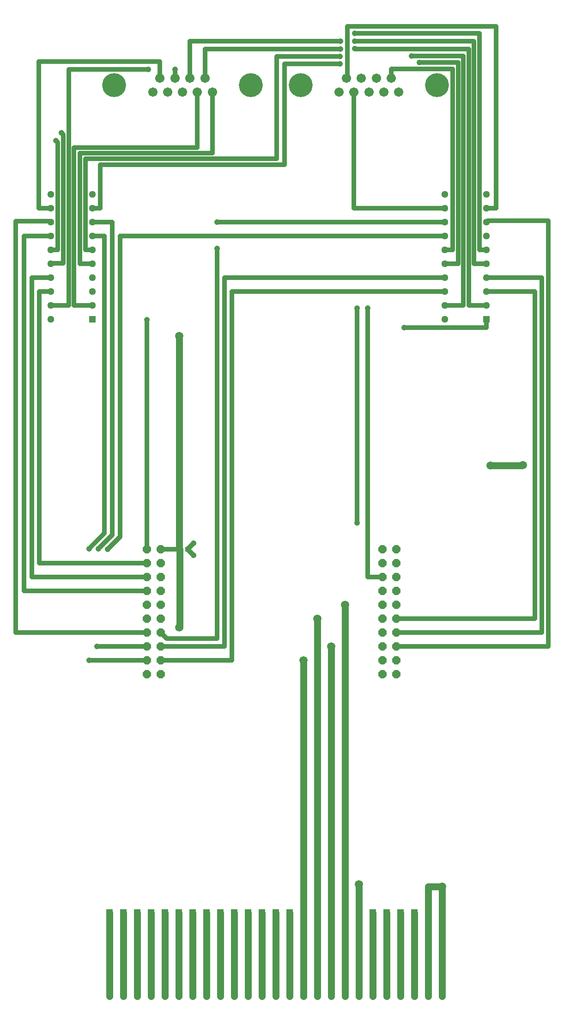
<source format=gbr>
G04 EAGLE Gerber RS-274X export*
G75*
%MOMM*%
%FSLAX34Y34*%
%LPD*%
%INTop Copper*%
%IPPOS*%
%AMOC8*
5,1,8,0,0,1.08239X$1,22.5*%
G01*
%ADD10C,1.270000*%
%ADD11R,1.270000X0.635000*%
%ADD12P,1.632244X8X292.500000*%
%ADD13R,1.295400X1.295400*%
%ADD14C,1.295400*%
%ADD15R,0.950000X0.930000*%
%ADD16C,1.714500*%
%ADD17C,4.368800*%
%ADD18C,0.812800*%
%ADD19C,1.056400*%
%ADD20C,1.500000*%


D10*
X280670Y-707390D02*
X280670Y-859790D01*
D11*
X280670Y-704215D03*
D10*
X255270Y-707390D02*
X255270Y-859790D01*
D11*
X255270Y-704215D03*
D10*
X229870Y-707390D02*
X229870Y-859790D01*
D11*
X229870Y-704215D03*
D10*
X204470Y-707390D02*
X204470Y-859790D01*
D11*
X204470Y-704215D03*
D10*
X179070Y-707390D02*
X179070Y-859790D01*
D11*
X179070Y-704215D03*
D10*
X153670Y-707390D02*
X153670Y-859790D01*
D11*
X153670Y-704215D03*
D10*
X128270Y-707390D02*
X128270Y-859790D01*
D11*
X128270Y-704215D03*
D10*
X102870Y-707390D02*
X102870Y-859790D01*
D11*
X102870Y-704215D03*
D10*
X77470Y-707390D02*
X77470Y-859790D01*
D11*
X77470Y-704215D03*
D10*
X52070Y-707390D02*
X52070Y-859790D01*
D11*
X52070Y-704215D03*
D10*
X26670Y-707390D02*
X26670Y-859790D01*
D11*
X26670Y-704215D03*
D10*
X1270Y-707390D02*
X1270Y-859790D01*
D11*
X1270Y-704215D03*
D10*
X-24130Y-707390D02*
X-24130Y-859790D01*
D11*
X-24130Y-704215D03*
D10*
X-49530Y-707390D02*
X-49530Y-859790D01*
D11*
X-49530Y-704215D03*
D10*
X-74930Y-707390D02*
X-74930Y-859790D01*
D11*
X-74930Y-704215D03*
D10*
X-100330Y-707390D02*
X-100330Y-859790D01*
D11*
X-100330Y-704215D03*
D10*
X-125730Y-707390D02*
X-125730Y-859790D01*
D11*
X-125730Y-704215D03*
D10*
X-151130Y-707390D02*
X-151130Y-859790D01*
D11*
X-151130Y-704215D03*
D10*
X-176530Y-707390D02*
X-176530Y-859790D01*
D11*
X-176530Y-704215D03*
D10*
X-201930Y-707390D02*
X-201930Y-859790D01*
D11*
X-201930Y-704215D03*
D10*
X-227330Y-707390D02*
X-227330Y-859790D01*
D11*
X-227330Y-704215D03*
D10*
X-252730Y-707390D02*
X-252730Y-859790D01*
D11*
X-252730Y-704215D03*
D10*
X-278130Y-707390D02*
X-278130Y-859790D01*
D11*
X-278130Y-704215D03*
D10*
X-303530Y-707390D02*
X-303530Y-859790D01*
D11*
X-303530Y-704215D03*
D10*
X-328930Y-707390D02*
X-328930Y-859790D01*
D11*
X-328930Y-704215D03*
D12*
X-234950Y-41910D03*
X-260350Y-41910D03*
X-234950Y-67310D03*
X-260350Y-67310D03*
X-234950Y-92710D03*
X-260350Y-92710D03*
X-234950Y-118110D03*
X-260350Y-118110D03*
X-234950Y-143510D03*
X-260350Y-143510D03*
X-234950Y-168910D03*
X-260350Y-168910D03*
X-234950Y-194310D03*
X-260350Y-194310D03*
X-234950Y-219710D03*
X-260350Y-219710D03*
X-234950Y-245110D03*
X-260350Y-245110D03*
X-234950Y-270510D03*
X-260350Y-270510D03*
X196850Y-41910D03*
X171450Y-41910D03*
X196850Y-67310D03*
X171450Y-67310D03*
X196850Y-92710D03*
X171450Y-92710D03*
X196850Y-118110D03*
X171450Y-118110D03*
X196850Y-143510D03*
X171450Y-143510D03*
X196850Y-168910D03*
X171450Y-168910D03*
X196850Y-194310D03*
X171450Y-194310D03*
X196850Y-219710D03*
X171450Y-219710D03*
X196850Y-245110D03*
X171450Y-245110D03*
X196850Y-270510D03*
X171450Y-270510D03*
D13*
X-360363Y379095D03*
D14*
X-360363Y404495D03*
X-360363Y429895D03*
X-360363Y455295D03*
X-360363Y480695D03*
X-360363Y506095D03*
X-360363Y531495D03*
X-360363Y556895D03*
X-360363Y582295D03*
X-360363Y607695D03*
X-436563Y607695D03*
X-436563Y582295D03*
X-436563Y556895D03*
X-436563Y531495D03*
X-436563Y506095D03*
X-436563Y480695D03*
X-436563Y455295D03*
X-436563Y429895D03*
X-436563Y404495D03*
X-436563Y379095D03*
D13*
X362268Y379095D03*
D14*
X362268Y404495D03*
X362268Y429895D03*
X362268Y455295D03*
X362268Y480695D03*
X362268Y506095D03*
X362268Y531495D03*
X362268Y556895D03*
X362268Y582295D03*
X362268Y607695D03*
X286068Y607695D03*
X286068Y582295D03*
X286068Y556895D03*
X286068Y531495D03*
X286068Y506095D03*
X286068Y480695D03*
X286068Y455295D03*
X286068Y429895D03*
X286068Y404495D03*
X286068Y379095D03*
D15*
X-200420Y-41910D03*
X-185660Y-41910D03*
D16*
X201676Y794170D03*
X187960Y819570D03*
X174244Y794170D03*
X160528Y819570D03*
X146812Y794170D03*
X133096Y819570D03*
X119380Y794170D03*
X105664Y819570D03*
X92202Y794170D03*
D17*
X271780Y806870D03*
X21844Y806870D03*
D16*
X-140018Y794043D03*
X-153734Y819443D03*
X-167450Y794043D03*
X-181166Y819443D03*
X-194882Y794043D03*
X-208598Y819443D03*
X-222314Y794043D03*
X-236030Y819443D03*
X-249492Y794043D03*
D17*
X-69914Y806743D03*
X-319850Y806743D03*
D18*
X211773Y363855D02*
X362268Y363855D01*
D19*
X-260350Y377508D03*
X211773Y363855D03*
D18*
X362268Y363855D02*
X362268Y379095D01*
X-260350Y377508D02*
X-260350Y-41910D01*
X-234950Y-41910D02*
X-200420Y-41910D01*
D20*
X280670Y-659130D03*
D10*
X255270Y-659130D01*
X255270Y-706120D01*
X280670Y-706120D02*
X280670Y-659130D01*
D20*
X-200978Y348615D03*
D10*
X-200738Y-41593D02*
X-200420Y-41910D01*
X-200738Y348375D02*
X-200978Y348615D01*
X-200738Y348375D02*
X-200738Y-41593D01*
X-200420Y-41910D02*
X-200420Y-185420D01*
X-200660Y-185420D01*
D20*
X-200660Y-185420D03*
D18*
X-260350Y-67310D02*
X-457518Y-67310D01*
X-457518Y429895D02*
X-436563Y429895D01*
X-457518Y429895D02*
X-457518Y-67310D01*
X-470853Y-92710D02*
X-260350Y-92710D01*
X-470853Y-92710D02*
X-470853Y455295D01*
X-436563Y455295D01*
X-485458Y-118110D02*
X-260350Y-118110D01*
X-485458Y-118110D02*
X-485458Y531495D01*
X-436563Y531495D01*
X-500698Y-194310D02*
X-260350Y-194310D01*
X-500698Y-194310D02*
X-500698Y558165D01*
X-437833Y558165D01*
X-436563Y556895D01*
D19*
X-349250Y-41275D03*
D18*
X-360363Y556895D02*
X-323533Y556895D01*
X-323533Y-15558D01*
X-349250Y-41275D01*
D19*
X-351790Y-219710D03*
D18*
X-260350Y-219710D01*
X-260350Y-245110D02*
X-366395Y-245110D01*
D19*
X-366395Y-40958D03*
D18*
X-360363Y531495D02*
X-338138Y531495D01*
X-338138Y-12700D01*
X-366395Y-40958D01*
D19*
X-366395Y-245110D03*
X-332423Y-42228D03*
D18*
X-309563Y-19368D02*
X-309563Y531495D01*
X-309563Y-19368D02*
X-332423Y-42228D01*
X-309563Y531495D02*
X286068Y531495D01*
X-234950Y-194310D02*
X-224155Y-205105D01*
X-131763Y-205105D01*
D19*
X-131763Y508635D03*
D18*
X-131763Y-205105D01*
X-131763Y556895D02*
X286068Y556895D01*
D19*
X-131763Y556895D03*
D18*
X-117793Y-219710D02*
X-234950Y-219710D01*
X-117793Y-219710D02*
X-117793Y455295D01*
X286068Y455295D01*
X-104458Y429895D02*
X-104458Y-245110D01*
X-234950Y-245110D01*
X-104458Y429895D02*
X286068Y429895D01*
X171450Y-92710D02*
X144145Y-92710D01*
X144145Y398780D01*
D19*
X144145Y398780D03*
X125095Y6350D03*
X124778Y399415D03*
D18*
X125095Y399098D02*
X125095Y6350D01*
X125095Y399098D02*
X124778Y399415D01*
X196850Y-219710D02*
X475933Y-219710D01*
X475933Y559435D01*
X364808Y559435D01*
X362268Y556895D01*
X463868Y-194310D02*
X196850Y-194310D01*
X463868Y-194310D02*
X463868Y455295D01*
X362268Y455295D01*
X451168Y-168910D02*
X196850Y-168910D01*
X451168Y-168910D02*
X451168Y429895D01*
X362268Y429895D01*
D10*
X26670Y-245110D02*
X26670Y-704850D01*
D20*
X26670Y-245110D03*
D10*
X52070Y-262890D02*
X52070Y-168910D01*
X52070Y-262890D02*
X52070Y-705866D01*
D20*
X52070Y-168910D03*
X77724Y-219710D03*
D10*
X77724Y-707136D01*
D20*
X102870Y-143510D03*
D10*
X102870Y-707390D01*
D20*
X369570Y111443D03*
D10*
X428308Y111443D01*
X428625Y111760D01*
D20*
X428625Y111760D03*
X128270Y-655320D03*
D10*
X128270Y-707390D01*
D19*
X-174562Y-30798D03*
X-174625Y-53023D03*
D18*
X-174562Y-30812D02*
X-174562Y-30798D01*
X-174562Y-30812D02*
X-185660Y-41910D01*
X-185343Y-42228D01*
X-185343Y-42305D02*
X-174625Y-53023D01*
X-185343Y-42305D02*
X-185343Y-42228D01*
X-436563Y582295D02*
X-458153Y582295D01*
X-458153Y850519D02*
X-236030Y850519D01*
X-236030Y819443D01*
X-458153Y850519D02*
X-458153Y582295D01*
X-436563Y506095D02*
X-423863Y506095D01*
D19*
X-427038Y705485D03*
D18*
X-423863Y702310D01*
X-423863Y506095D01*
X-435928Y481330D02*
X-436563Y480695D01*
X-435928Y481330D02*
X-413576Y481330D01*
D19*
X-416878Y720090D03*
D18*
X-413576Y716788D01*
X-413576Y481330D01*
X-403289Y404495D02*
X-436563Y404495D01*
D19*
X-208598Y836295D03*
D18*
X-208598Y819443D01*
D19*
X-257493Y836295D03*
D18*
X-403289Y836295D02*
X-403289Y404495D01*
X-403289Y836295D02*
X-257493Y836295D01*
X-360363Y404495D02*
X-393637Y404495D01*
X-393637Y692785D02*
X-167958Y692785D01*
X-167958Y793535D01*
X-167450Y794043D01*
X-393637Y692785D02*
X-393637Y404495D01*
X-382715Y480695D02*
X-382715Y682813D01*
X-382715Y480695D02*
X-360363Y480695D01*
X-382715Y682813D02*
X-140018Y682813D01*
X-140018Y794043D01*
X-360363Y506095D02*
X-372428Y506095D01*
X-372428Y672465D01*
X-22225Y672465D01*
X-22225Y859409D01*
D19*
X93853Y859409D03*
D18*
X-22225Y859409D01*
X-345758Y582295D02*
X-360363Y582295D01*
X-345758Y582295D02*
X-345758Y661480D01*
X-7938Y661480D01*
X-7938Y846011D01*
D19*
X93917Y846011D03*
D18*
X-7938Y846011D01*
X119380Y582295D02*
X286068Y582295D01*
X119380Y582295D02*
X119380Y794170D01*
X286068Y506095D02*
X300482Y506095D01*
X300482Y737302D01*
X300419Y737239D01*
X300419Y837121D01*
X187960Y836295D02*
X187960Y819570D01*
X187960Y836295D02*
X188786Y837121D01*
X300419Y837121D01*
X310452Y480695D02*
X286068Y480695D01*
X310452Y480695D02*
X310452Y848868D01*
D19*
X239332Y848868D03*
D18*
X310452Y848868D01*
X320104Y404495D02*
X286068Y404495D01*
X320104Y404495D02*
X320104Y860362D01*
D19*
X225362Y860362D03*
D18*
X320104Y860362D01*
X362268Y404495D02*
X361633Y403860D01*
X329756Y403860D01*
X329756Y873125D01*
D19*
X120968Y873760D03*
X94298Y873125D03*
D18*
X121603Y873125D02*
X329756Y873125D01*
X121603Y873125D02*
X120968Y873760D01*
X94298Y873125D02*
X-153734Y873125D01*
X-153734Y819443D01*
X339408Y480695D02*
X362268Y480695D01*
D19*
X120968Y887730D03*
D18*
X338773Y887730D02*
X339408Y887095D01*
X338773Y887730D02*
X120968Y887730D01*
X339408Y887095D02*
X339408Y480695D01*
D19*
X94298Y887730D03*
D18*
X-181166Y887730D01*
X-181166Y819443D01*
X349568Y506095D02*
X362268Y506095D01*
X349568Y506095D02*
X349568Y901827D01*
D19*
X120968Y901700D03*
D18*
X122238Y901700D02*
X122365Y901827D01*
X122238Y901700D02*
X120968Y901700D01*
X122365Y901827D02*
X349568Y901827D01*
X362268Y582295D02*
X380048Y582295D01*
X380048Y914654D02*
X106998Y914654D01*
X106998Y820904D01*
X105664Y819570D01*
X380048Y914654D02*
X380048Y582295D01*
M02*

</source>
